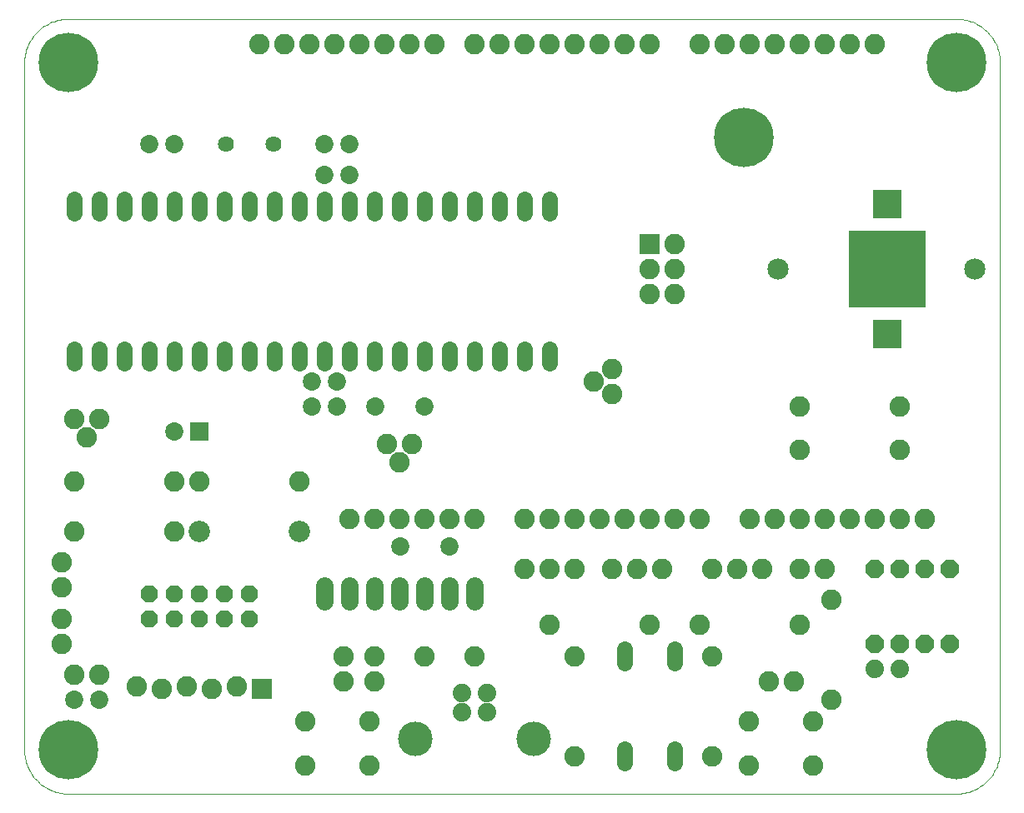
<source format=gts>
G75*
G70*
%OFA0B0*%
%FSLAX24Y24*%
%IPPOS*%
%LPD*%
%AMOC8*
5,1,8,0,0,1.08239X$1,22.5*
%
%ADD10C,0.0000*%
%ADD11C,0.0640*%
%ADD12C,0.0640*%
%ADD13C,0.0820*%
%ADD14C,0.0730*%
%ADD15C,0.0740*%
%ADD16C,0.1380*%
%ADD17R,0.0820X0.0820*%
%ADD18OC8,0.0710*%
%ADD19C,0.0848*%
%ADD20OC8,0.0680*%
%ADD21C,0.0860*%
%ADD22C,0.2380*%
%ADD23R,0.3080X0.3080*%
%ADD24R,0.1175X0.1175*%
%ADD25R,0.0730X0.0730*%
%ADD26C,0.0714*%
D10*
X002939Y001824D02*
X038439Y001824D01*
X038522Y001826D01*
X038605Y001832D01*
X038688Y001842D01*
X038770Y001856D01*
X038852Y001873D01*
X038932Y001895D01*
X039011Y001920D01*
X039089Y001949D01*
X039166Y001982D01*
X039241Y002019D01*
X039314Y002058D01*
X039385Y002102D01*
X039454Y002148D01*
X039521Y002198D01*
X039585Y002251D01*
X039647Y002307D01*
X039706Y002366D01*
X039762Y002428D01*
X039815Y002492D01*
X039865Y002559D01*
X039911Y002628D01*
X039955Y002699D01*
X039994Y002772D01*
X040031Y002847D01*
X040064Y002924D01*
X040093Y003002D01*
X040118Y003081D01*
X040140Y003161D01*
X040157Y003243D01*
X040171Y003325D01*
X040181Y003408D01*
X040187Y003491D01*
X040189Y003574D01*
X040189Y031074D01*
X040187Y031157D01*
X040181Y031240D01*
X040171Y031323D01*
X040157Y031405D01*
X040140Y031487D01*
X040118Y031567D01*
X040093Y031646D01*
X040064Y031724D01*
X040031Y031801D01*
X039994Y031876D01*
X039955Y031949D01*
X039911Y032020D01*
X039865Y032089D01*
X039815Y032156D01*
X039762Y032220D01*
X039706Y032282D01*
X039647Y032341D01*
X039585Y032397D01*
X039521Y032450D01*
X039454Y032500D01*
X039385Y032546D01*
X039314Y032590D01*
X039241Y032629D01*
X039166Y032666D01*
X039089Y032699D01*
X039011Y032728D01*
X038932Y032753D01*
X038852Y032775D01*
X038770Y032792D01*
X038688Y032806D01*
X038605Y032816D01*
X038522Y032822D01*
X038439Y032824D01*
X002939Y032824D01*
X002856Y032822D01*
X002773Y032816D01*
X002690Y032806D01*
X002608Y032792D01*
X002526Y032775D01*
X002446Y032753D01*
X002367Y032728D01*
X002289Y032699D01*
X002212Y032666D01*
X002137Y032629D01*
X002064Y032590D01*
X001993Y032546D01*
X001924Y032500D01*
X001857Y032450D01*
X001793Y032397D01*
X001731Y032341D01*
X001672Y032282D01*
X001616Y032220D01*
X001563Y032156D01*
X001513Y032089D01*
X001467Y032020D01*
X001423Y031949D01*
X001384Y031876D01*
X001347Y031801D01*
X001314Y031724D01*
X001285Y031646D01*
X001260Y031567D01*
X001238Y031487D01*
X001221Y031405D01*
X001207Y031323D01*
X001197Y031240D01*
X001191Y031157D01*
X001189Y031074D01*
X001189Y003574D01*
X001191Y003491D01*
X001197Y003408D01*
X001207Y003325D01*
X001221Y003243D01*
X001238Y003161D01*
X001260Y003081D01*
X001285Y003002D01*
X001314Y002924D01*
X001347Y002847D01*
X001384Y002772D01*
X001423Y002699D01*
X001467Y002628D01*
X001513Y002559D01*
X001563Y002492D01*
X001616Y002428D01*
X001672Y002366D01*
X001731Y002307D01*
X001793Y002251D01*
X001857Y002198D01*
X001924Y002148D01*
X001993Y002102D01*
X002064Y002058D01*
X002137Y002019D01*
X002212Y001982D01*
X002289Y001949D01*
X002367Y001920D01*
X002446Y001895D01*
X002526Y001873D01*
X002608Y001856D01*
X002690Y001842D01*
X002773Y001832D01*
X002856Y001826D01*
X002939Y001824D01*
D11*
X003189Y019044D02*
X003189Y019604D01*
X004189Y019604D02*
X004189Y019044D01*
X005189Y019044D02*
X005189Y019604D01*
X006189Y019604D02*
X006189Y019044D01*
X007189Y019044D02*
X007189Y019604D01*
X008189Y019604D02*
X008189Y019044D01*
X009189Y019044D02*
X009189Y019604D01*
X010189Y019604D02*
X010189Y019044D01*
X011189Y019044D02*
X011189Y019604D01*
X012189Y019604D02*
X012189Y019044D01*
X013189Y019044D02*
X013189Y019604D01*
X014189Y019604D02*
X014189Y019044D01*
X015189Y019044D02*
X015189Y019604D01*
X016189Y019604D02*
X016189Y019044D01*
X017189Y019044D02*
X017189Y019604D01*
X018189Y019604D02*
X018189Y019044D01*
X019189Y019044D02*
X019189Y019604D01*
X020189Y019604D02*
X020189Y019044D01*
X021189Y019044D02*
X021189Y019604D01*
X022189Y019604D02*
X022189Y019044D01*
X022189Y025044D02*
X022189Y025604D01*
X021189Y025604D02*
X021189Y025044D01*
X020189Y025044D02*
X020189Y025604D01*
X019189Y025604D02*
X019189Y025044D01*
X018189Y025044D02*
X018189Y025604D01*
X017189Y025604D02*
X017189Y025044D01*
X016189Y025044D02*
X016189Y025604D01*
X015189Y025604D02*
X015189Y025044D01*
X014189Y025044D02*
X014189Y025604D01*
X013189Y025604D02*
X013189Y025044D01*
X012189Y025044D02*
X012189Y025604D01*
X011189Y025604D02*
X011189Y025044D01*
X010189Y025044D02*
X010189Y025604D01*
X009189Y025604D02*
X009189Y025044D01*
X008189Y025044D02*
X008189Y025604D01*
X007189Y025604D02*
X007189Y025044D01*
X006189Y025044D02*
X006189Y025604D01*
X005189Y025604D02*
X005189Y025044D01*
X004189Y025044D02*
X004189Y025604D01*
X003189Y025604D02*
X003189Y025044D01*
X025189Y007604D02*
X025189Y007044D01*
X027189Y007044D02*
X027189Y007604D01*
X027189Y003604D02*
X027189Y003044D01*
X025189Y003044D02*
X025189Y003604D01*
D12*
X011139Y027824D03*
X009239Y027824D03*
D13*
X010589Y031824D03*
X011589Y031824D03*
X012589Y031824D03*
X013589Y031824D03*
X014589Y031824D03*
X015589Y031824D03*
X016589Y031824D03*
X017589Y031824D03*
X019189Y031824D03*
X020189Y031824D03*
X021189Y031824D03*
X022189Y031824D03*
X023189Y031824D03*
X024189Y031824D03*
X025189Y031824D03*
X026189Y031824D03*
X028189Y031824D03*
X029189Y031824D03*
X030189Y031824D03*
X031189Y031824D03*
X032189Y031824D03*
X033189Y031824D03*
X034189Y031824D03*
X035189Y031824D03*
X027189Y023824D03*
X027189Y022824D03*
X026189Y022824D03*
X026189Y021824D03*
X027189Y021824D03*
X024689Y018824D03*
X023939Y018324D03*
X024689Y017824D03*
X024189Y012824D03*
X023189Y012824D03*
X022189Y012824D03*
X021189Y012824D03*
X019189Y012824D03*
X018189Y012824D03*
X017189Y012824D03*
X016189Y012824D03*
X015189Y012824D03*
X014189Y012824D03*
X012189Y014324D03*
X015689Y015824D03*
X016189Y015074D03*
X016689Y015824D03*
X021189Y010824D03*
X022189Y010824D03*
X023189Y010824D03*
X024689Y010824D03*
X025689Y010824D03*
X026689Y010824D03*
X028689Y010824D03*
X029689Y010824D03*
X030689Y010824D03*
X032189Y010824D03*
X033189Y010824D03*
X033439Y009574D03*
X032189Y008574D03*
X031939Y006324D03*
X030939Y006324D03*
X030159Y004714D03*
X028689Y003324D03*
X030159Y002934D03*
X032719Y002934D03*
X032719Y004714D03*
X033439Y005574D03*
X028689Y007324D03*
X028189Y008574D03*
X026189Y008574D03*
X023189Y007324D03*
X022189Y008574D03*
X019189Y007324D03*
X017189Y007324D03*
X015189Y007324D03*
X015189Y006324D03*
X013939Y006324D03*
X013939Y007324D03*
X014969Y004714D03*
X014969Y002934D03*
X012409Y002934D03*
X012409Y004714D03*
X009689Y006124D03*
X008689Y006024D03*
X007689Y006124D03*
X006689Y006024D03*
X005689Y006124D03*
X004189Y006574D03*
X003189Y006574D03*
X002689Y007824D03*
X002689Y008824D03*
X002689Y010074D03*
X002689Y011074D03*
X003189Y012324D03*
X003189Y014324D03*
X003689Y016074D03*
X003189Y016824D03*
X004189Y016824D03*
X007189Y014324D03*
X008189Y014324D03*
X007189Y012324D03*
X023189Y003324D03*
X025189Y012824D03*
X026189Y012824D03*
X027189Y012824D03*
X028189Y012824D03*
X030189Y012824D03*
X031189Y012824D03*
X032189Y012824D03*
X033189Y012824D03*
X034189Y012824D03*
X035189Y012824D03*
X036189Y012824D03*
X037189Y012824D03*
X036189Y015574D03*
X036189Y017324D03*
X032189Y017324D03*
X032189Y015574D03*
D14*
X018174Y011699D03*
X016205Y011699D03*
X017174Y017324D03*
X015205Y017324D03*
X013689Y017324D03*
X012689Y017324D03*
X012689Y018324D03*
X013689Y018324D03*
X007189Y016324D03*
X013189Y026574D03*
X014189Y026574D03*
X014189Y027824D03*
X013189Y027824D03*
X007189Y027824D03*
X006189Y027824D03*
X004189Y005574D03*
X003189Y005574D03*
D15*
X018697Y005854D03*
X019681Y005854D03*
X019681Y005074D03*
X018697Y005074D03*
X035189Y006824D03*
X036189Y006824D03*
D16*
X021559Y004004D03*
X016819Y004004D03*
D17*
X010689Y006024D03*
X026189Y023824D03*
D18*
X035189Y010824D03*
X036189Y010824D03*
X037189Y010824D03*
X038189Y010824D03*
X038189Y007824D03*
X037189Y007824D03*
X036189Y007824D03*
X035189Y007824D03*
D19*
X031315Y022824D03*
X039189Y022824D03*
D20*
X010189Y009824D03*
X009189Y009824D03*
X008189Y009824D03*
X007189Y009824D03*
X006189Y009824D03*
X006189Y008824D03*
X007189Y008824D03*
X008189Y008824D03*
X009189Y008824D03*
X010189Y008824D03*
D21*
X008189Y012324D03*
X012189Y012324D03*
D22*
X002939Y003574D03*
X029939Y028074D03*
X038439Y031074D03*
X038439Y003574D03*
X002939Y031074D03*
D23*
X035689Y022824D03*
D24*
X035689Y025424D03*
X035689Y020224D03*
D25*
X008189Y016324D03*
D26*
X013189Y010141D02*
X013189Y009507D01*
X014189Y009507D02*
X014189Y010141D01*
X015189Y010141D02*
X015189Y009507D01*
X016189Y009507D02*
X016189Y010141D01*
X017189Y010141D02*
X017189Y009507D01*
X018189Y009507D02*
X018189Y010141D01*
X019189Y010141D02*
X019189Y009507D01*
M02*

</source>
